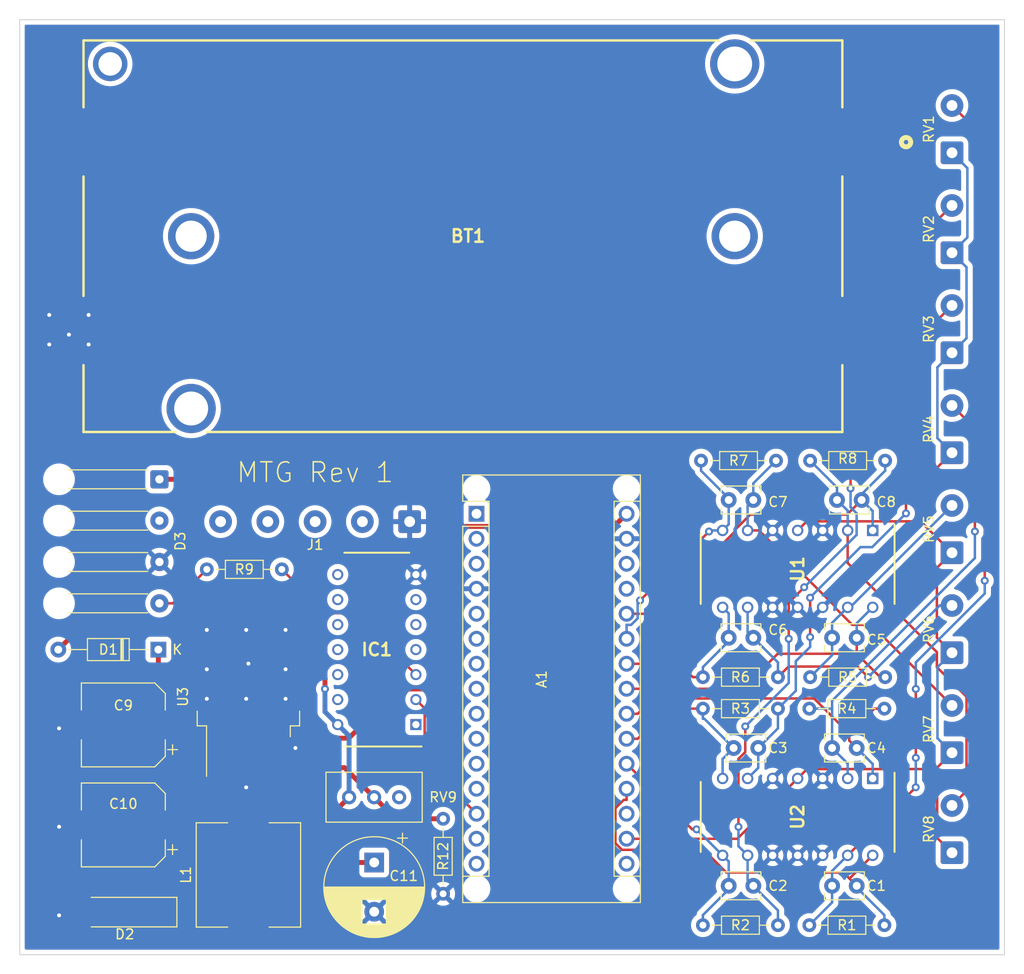
<source format=kicad_pcb>
(kicad_pcb (version 20211014) (generator pcbnew)
  (title_block (title "MTGII") (date "2022-11-10") (rev "1.0") (company "Ronald Simms"))
  (layers (0 "F.Cu" signal) (31 "B.Cu" signal) (34 "B.Paste" user) (35 "F.Paste" user) (36 "B.SilkS" user "B.Silkscreen") (37 "F.SilkS" user "F.Silkscreen") (38 "B.Mask" user) (39 "F.Mask" user) (44 "Edge.Cuts" user))
  (net 0 "")
  (net 4 "GND")
  (net 13 "Net-(A1-Pad13)")
  (net 17 "+3.3V")
  (net 19 "Net-(A1-Pad19)")
  (net 20 "Net-(A1-Pad20)")
  (net 21 "Net-(A1-Pad21)")
  (net 22 "Net-(A1-Pad22)")
  (net 23 "Net-(A1-Pad23)")
  (net 24 "Net-(A1-Pad24)")
  (net 25 "Net-(A1-Pad25)")
  (net 26 "Net-(A1-Pad26)")
  (net 29 "Net-(A1-Pad30)")
  (net 30 "Net-(BT1-Pad1)")
  (net 31 "+5V")
  (net 33 "Net-(IC1-Pad3)")
  (net 43 "Net-(C1-Pad2)")
  (net 44 "Net-(C8-Pad2)")
  (net 45 "/INT")
  (net 46 "/SCL")
  (net 47 "/SDA")
  (net 48 "/3-5V")
  (net 49 "Net-(D2-Pad1)")
  (net 50 "Net-(C2-Pad2)")
  (net 51 "Net-(C3-Pad2)")
  (net 52 "Net-(C4-Pad2)")
  (net 53 "Net-(C5-Pad2)")
  (net 54 "Net-(C6-Pad2)")
  (net 55 "Net-(C7-Pad2)")
  (net 57 "Net-(D3-Pad4)")
  (net 58 "Net-(R12-Pad2)")
  (footprint "Connector_Wire:SolderWire-0.25sqmm_1x04_P4.2mm_D0.65mm_OD1.7mm_Relief" (layer "F.Cu") (at 52.19 72.7 -90)
    (fp_text reference "D3")
    (fp_text value "NeoPixel V2")
  )
  (footprint "Capacitor_THT:C_Disc_D3.8mm_W2.6mm_P2.50mm" (layer "F.Cu") (at 123 100 180)
    (fp_text reference "C4")
    (fp_text value "47pF")
  )
  (footprint "Connector_Wire:SolderWire-0.5sqmm_1x02_P4.8mm_D0.9mm_OD2.3mm" (layer "F.Cu") (at 132.675 90.32 90)
    (fp_text reference "RV6")
    (fp_text value "FSR01CE")
  )
  (footprint "Capacitor_THT:C_Disc_D3.8mm_W2.6mm_P2.50mm" (layer "F.Cu") (at 123 88.8 180)
    (fp_text reference "C5")
    (fp_text value "47pF")
  )
  (footprint "Connector_Wire:SolderWire-0.5sqmm_1x02_P4.8mm_D0.9mm_OD2.3mm" (layer "F.Cu") (at 132.675 80.16 90)
    (fp_text reference "RV5")
    (fp_text value "FSR01CE")
  )
  (footprint "Connector_Wire:SolderWire-0.5sqmm_1x02_P4.8mm_D0.9mm_OD2.3mm" (layer "F.Cu") (at 132.675 110.64 90)
    (fp_text reference "RV8")
    (fp_text value "FSR01CE")
  )
  (footprint "Capacitor_THT:CP_Radial_D10.0mm_P5.00mm" (layer "F.Cu") (at 74 111.6323 -90)
    (fp_text reference "C11")
    (fp_text value "1000u")
  )
  (footprint "Logic Level Converter:DIP794W53P254L1930H508Q14N" (layer "F.Cu") (at 74.265 90 180)
    (fp_text reference "IC1")
    (fp_text value "SN74AHCT125N" hide)
  )
  (footprint "Package_TO_SOT_SMD:TO-263-5_TabPin3" (layer "F.Cu") (at 61.225 94.8 90)
    (fp_text reference "U3")
    (fp_text value "LM2596S-ADJ")
  )
  (footprint "Connector_Wire:SolderWire-0.5sqmm_1x02_P4.8mm_D0.9mm_OD2.3mm" (layer "F.Cu") (at 132.675 59.84 90)
    (fp_text reference "RV3")
    (fp_text value "FSR01CE")
  )
  (footprint "Connector_Wire:SolderWire-0.5sqmm_1x02_P4.8mm_D0.9mm_OD2.3mm" (layer "F.Cu") (at 132.675 49.68 90)
    (fp_text reference "RV2")
    (fp_text value "FSR01CE")
  )
  (footprint "Capacitor_THT:C_Disc_D3.8mm_W2.6mm_P2.50mm" (layer "F.Cu") (at 110 114)
    (fp_text reference "C2")
    (fp_text value "47pF")
  )
  (footprint "Resistor_THT:R_Axial_DIN0204_L3.6mm_D1.6mm_P7.62mm_Horizontal" (layer "F.Cu") (at 115 118 180)
    (fp_text reference "R2")
    (fp_text value "1K")
  )
  (footprint "Resistor_THT:R_Axial_DIN0204_L3.6mm_D1.6mm_P7.62mm_Horizontal" (layer "F.Cu") (at 118.27 92.8)
    (fp_text reference "R5")
    (fp_text value "1K")
  )
  (footprint "Connector_Wire:SolderWire-0.5sqmm_1x02_P4.8mm_D0.9mm_OD2.3mm" (layer "F.Cu") (at 132.675 100.48 90)
    (fp_text reference "RV7")
    (fp_text value "FSR01CE")
  )
  (footprint "Capacitor_THT:C_Disc_D3.8mm_W2.6mm_P2.50mm" (layer "F.Cu") (at 123 114 180)
    (fp_text reference "C1")
    (fp_text value "47pF")
  )
  (footprint "Capacitor_THT:C_Disc_D3.8mm_W2.6mm_P2.50mm" (layer "F.Cu") (at 123.5 74.8 180)
    (fp_text reference "C8")
    (fp_text value "47pF")
  )
  (footprint "Resistor_THT:R_Axial_DIN0204_L3.6mm_D1.6mm_P7.62mm_Horizontal" (layer "F.Cu") (at 115 92.8 180)
    (fp_text reference "R6")
    (fp_text value "1K")
  )
  (footprint "Op Amp:DIP781W56P254L1918H533Q14N" (layer "F.Cu") (at 117 81.8 -90)
    (fp_text reference "U1")
    (fp_text value "MCP6004" hide)
  )
  (footprint "Connector_Wire:SolderWire-0.5sqmm_1x05_P4.8mm_D0.9mm_OD2.3mm" (layer "F.Cu") (at 77.6 77 180)
    (fp_text reference "J1")
    (fp_text value "PIM438")
  )
  (footprint "Resistor_THT:R_Axial_DIN0204_L3.6mm_D1.6mm_P7.62mm_Horizontal" (layer "F.Cu") (at 115 96 180)
    (fp_text reference "R3")
    (fp_text value "1K")
  )
  (footprint "Resistor_THT:R_Axial_DIN0204_L3.6mm_D1.6mm_P7.62mm_Horizontal" (layer "F.Cu") (at 118.19 96)
    (fp_text reference "R4")
    (fp_text value "1K")
  )
  (footprint "Resistor_THT:R_Axial_DIN0204_L3.6mm_D1.6mm_P7.62mm_Horizontal" (layer "F.Cu") (at 118.19 118)
    (fp_text reference "R1")
    (fp_text value "1K")
  )
  (footprint "Op Amp:DIP781W56P254L1918H533Q14N" (layer "F.Cu") (at 117 107 -90)
    (fp_text reference "U2")
    (fp_text value "MCP6004" hide)
  )
  (footprint "Resistor_THT:R_Axial_DIN0204_L3.6mm_D1.6mm_P7.62mm_Horizontal" (layer "F.Cu") (at 114.81 70.8 180)
    (fp_text reference "R7")
    (fp_text value "1K")
  )
  (footprint "Module:Arduino_Nano_WithMountingHoles" (layer "F.Cu") (at 84.39 76.2)
    (fp_text reference "A1")
    (fp_text value "Arduino_Nano_33_BLE")
  )
  (footprint "Potentiometer_THT:Potentiometer_Bourns_3296W_Vertical" (layer "F.Cu") (at 71.45 105 180)
    (fp_text reference "RV9")
    (fp_text value "R_Potentiometer_Trim")
  )
  (footprint "Capacitor_THT:C_Disc_D3.8mm_W2.6mm_P2.50mm" (layer "F.Cu") (at 110 74.8)
    (fp_text reference "C7")
    (fp_text value "47pF")
  )
  (footprint "Diode_THT:D_DO-35_SOD27_P10.16mm_Horizontal" (layer "F.Cu") (at 52.08 90 180)
    (fp_text reference "D1")
    (fp_text value "SB120")
  )
  (footprint "Connector_Wire:SolderWire-0.5sqmm_1x02_P4.8mm_D0.9mm_OD2.3mm" (layer "F.Cu") (at 132.675 39.52 90)
    (fp_text reference "RV1")
    (fp_text value "FSR01CE")
  )
  (footprint "Resistor_THT:R_Axial_DIN0204_L3.6mm_D1.6mm_P7.62mm_Horizontal" (layer "F.Cu") (at 81 114.81 90)
    (fp_text reference "R12")
    (fp_text value "1K")
  )
  (footprint "Inductor_SMD:L_10.4x10.4_H4.8" (layer "F.Cu") (at 61.225 112.895 90)
    (fp_text reference "L1")
    (fp_text value "47u")
  )
  (footprint "18650 Battery Holder:1048" (layer "F.Cu") (at 110.6105 30.495 180)
    (fp_text reference "BT1")
    (fp_text value "4.5-21V" hide)
  )
  (footprint "Capacitor_SMD:CP_Elec_8x10" (layer "F.Cu") (at 48.525 107.815 180)
    (fp_text reference "C10")
    (fp_text value "220u")
  )
  (footprint "Diode_SMD:D_MELF_Handsoldering" (layer "F.Cu") (at 48.665 116.675 180)
    (fp_text reference "D2")
    (fp_text value "SS34")
  )
  (footprint "Connector_Wire:SolderWire-0.5sqmm_1x02_P4.8mm_D0.9mm_OD2.3mm" (layer "F.Cu") (at 132.675 70 90)
    (fp_text reference "RV4")
    (fp_text value "FSR01CE")
  )
  (footprint "Resistor_THT:R_Axial_DIN0204_L3.6mm_D1.6mm_P7.62mm_Horizontal" (layer "F.Cu") (at 118.27 70.8)
    (fp_text reference "R8")
    (fp_text value "1K")
  )
  (footprint "Capacitor_THT:C_Disc_D3.8mm_W2.6mm_P2.50mm" (layer "F.Cu") (at 110 88.8)
    (fp_text reference "C6")
    (fp_text value "47pF")
  )
  (footprint "Capacitor_SMD:CP_Elec_8x10" (layer "F.Cu") (at 48.525 97.655 180)
    (fp_text reference "C9")
    (fp_text value "100u")
  )
  (footprint "Resistor_THT:R_Axial_DIN0204_L3.6mm_D1.6mm_P7.62mm_Horizontal" (layer "F.Cu") (at 57 81.85)
    (fp_text reference "R9")
    (fp_text value "~200-400")
  )
  (footprint "Capacitor_THT:C_Disc_D3.8mm_W2.6mm_P2.50mm" (layer "F.Cu") (at 110.5 100)
    (fp_text reference "C3")
    (fp_text value "47pF")
  )
  (gr_rect (start 38 26) (end 138 121) (layer "Edge.Cuts") (width 0.1) (fill none))
  (gr_text "MTG Rev 1" (at 68 72) (layer "F.SilkS") (effects (font (size 2 2))))
  (segment (start 122.8355 57.555) (end 122.8355 38.445) (width 0.5) (layer "F.Cu") (net 0))
  (segment (start 64.625 100.575) (end 65.425 100.575) (width 0.5) (layer "F.Cu") (net 4))
  (segment (start 42.325 116.675) (end 42 117) (width 0.5) (layer "F.Cu") (net 4))
  (segment (start 45.275 97.655) (end 42.345 97.655) (width 0.5) (layer "F.Cu") (net 4))
  (segment (start 42.345 97.655) (end 42 98) (width 0.5) (layer "F.Cu") (net 4))
  (segment (start 61.225 103.775) (end 61 104) (width 0.5) (layer "F.Cu") (net 4))
  (segment (start 45.275 107.815) (end 42.185 107.815) (width 0.5) (layer "F.Cu") (net 4))
  (segment (start 61.225 100.575) (end 61.225 103.775) (width 0.5) (layer "F.Cu") (net 4))
  (segment (start 65.425 100.575) (end 66 100) (width 0.5) (layer "F.Cu") (net 4))
  (segment (start 42.185 107.815) (end 42 108) (width 0.5) (layer "F.Cu") (net 4))
  (segment (start 45.265 116.675) (end 42.325 116.675) (width 0.5) (layer "F.Cu") (net 4))
  (via (at 61 95) (size 0.8) (drill 0.4) (layers "F.Cu" "B.Cu") (net 4))
  (via (at 41 56) (size 0.8) (drill 0.4) (layers "F.Cu" "B.Cu") (net 4))
  (via (at 57 95) (size 0.8) (drill 0.4) (layers "F.Cu" "B.Cu") (net 4))
  (via (at 42 117) (size 0.8) (drill 0.4) (layers "F.Cu" "B.Cu") (net 4))
  (via (at 61 88) (size 0.8) (drill 0.4) (layers "F.Cu" "B.Cu") (net 4))
  (via (at 42 108) (size 0.8) (drill 0.4) (layers "F.Cu" "B.Cu") (net 4))
  (via (at 61.225 91.425) (size 0.8) (drill 0.4) (layers "F.Cu" "B.Cu") (net 4))
  (via (at 65 88) (size 0.8) (drill 0.4) (layers "F.Cu" "B.Cu") (net 4))
  (via (at 45 56) (size 0.8) (drill 0.4) (layers "F.Cu" "B.Cu") (net 4))
  (via (at 65 92) (size 0.8) (drill 0.4) (layers "F.Cu" "B.Cu") (net 4))
  (via (at 41 59) (size 0.8) (drill 0.4) (layers "F.Cu" "B.Cu") (net 4))
  (via (at 45 59) (size 0.8) (drill 0.4) (layers "F.Cu" "B.Cu") (net 4))
  (via (at 43 58) (size 0.8) (drill 0.4) (layers "F.Cu" "B.Cu") (net 4))
  (via (at 61 104) (size 0.8) (drill 0.4) (layers "F.Cu" "B.Cu") (net 4))
  (via (at 57 92) (size 0.8) (drill 0.4) (layers "F.Cu" "B.Cu") (net 4))
  (via (at 42 98) (size 0.8) (drill 0.4) (layers "F.Cu" "B.Cu") (net 4))
  (via (at 66 100) (size 0.8) (drill 0.4) (layers "F.Cu" "B.Cu") (net 4))
  (via (at 65 95) (size 0.8) (drill 0.4) (layers "F.Cu" "B.Cu") (net 4))
  (via (at 57 88) (size 0.8) (drill 0.4) (layers "F.Cu" "B.Cu") (net 4))
  (segment (start 79.125 101.415) (end 79.125 95.97) (width 0.25) (layer "F.Cu") (net 13))
  (segment (start 79.125 95.97) (end 78.235 95.08) (width 0.25) (layer "F.Cu") (net 13))
  (segment (start 84.39 106.68) (end 79.125 101.415) (width 0.25) (layer "F.Cu") (net 13))
  (segment (start 131.1388 81.6962) (end 132.675 80.16) (width 0.25) (layer "F.Cu") (net 17))
  (segment (start 117.9536 102.1404) (end 117 103.094) (width 0.25) (layer "F.Cu") (net 17))
  (segment (start 131.1729 102.1404) (end 117.9536 102.1404) (width 0.25) (layer "F.Cu") (net 17))
  (segment (start 117 77.894) (end 117.9265 76.9675) (width 0.25) (layer "F.Cu") (net 17))
  (segment (start 129.4825 76.9675) (end 132.675 80.16) (width 0.25) (layer "F.Cu") (net 17))
  (segment (start 110.874 109.22) (end 99.63 109.22) (width 0.25) (layer "F.Cu") (net 17))
  (segment (start 129.4825 73.1925) (end 129.4825 76.9675) (width 0.25) (layer "F.Cu") (net 17))
  (segment (start 131.1388 88.7838) (end 131.1388 81.6962) (width 0.25) (layer "F.Cu") (net 17))
  (segment (start 132.675 70) (end 129.4825 73.1925) (width 0.25) (layer "F.Cu") (net 17))
  (segment (start 117 103.094) (end 110.874 109.22) (width 0.25) (layer "F.Cu") (net 17))
  (segment (start 132.675 100.48) (end 131.1729 101.9821) (width 0.25) (layer "F.Cu") (net 17))
  (segment (start 117.9265 76.9675) (end 129.4825 76.9675) (width 0.25) (layer "F.Cu") (net 17))
  (segment (start 131.1729 102.1404) (end 131.1729 109.1379) (width 0.25) (layer "F.Cu") (net 17))
  (segment (start 132.675 90.32) (end 131.1388 88.7838) (width 0.25) (layer "F.Cu") (net 17))
  (segment (start 131.1729 109.1379) (end 132.675 110.64) (width 0.25) (layer "F.Cu") (net 17))
  (segment (start 131.1729 101.9821) (end 131.1729 102.1404) (width 0.25) (layer "F.Cu") (net 17))
  (segment (start 131.1924 61.3226) (end 132.675 59.84) (width 0.25) (layer "B.Cu") (net 17))
  (segment (start 134.1502 58.3648) (end 134.1502 51.1552) (width 0.25) (layer "B.Cu") (net 17))
  (segment (start 134.2375 48.1175) (end 132.675 49.68) (width 0.25) (layer "B.Cu") (net 17))
  (segment (start 134.1502 51.1552) (end 132.675 49.68) (width 0.25) (layer "B.Cu") (net 17))
  (segment (start 131.1998 99.0048) (end 131.1998 91.7952) (width 0.25) (layer "B.Cu") (net 17))
  (segment (start 131.1924 68.5174) (end 131.1924 61.3226) (width 0.25) (layer "B.Cu") (net 17))
  (segment (start 134.2375 41.0825) (end 134.2375 48.1175) (width 0.25) (layer "B.Cu") (net 17))
  (segment (start 132.675 59.84) (end 134.1502 58.3648) (width 0.25) (layer "B.Cu") (net 17))
  (segment (start 132.675 39.52) (end 134.2375 41.0825) (width 0.25) (layer "B.Cu") (net 17))
  (segment (start 132.675 70) (end 131.1924 68.5174) (width 0.25) (layer "B.Cu") (net 17))
  (segment (start 131.1998 91.7952) (end 132.675 90.32) (width 0.25) (layer "B.Cu") (net 17))
  (segment (start 132.675 100.48) (end 131.1998 99.0048) (width 0.25) (layer "B.Cu") (net 17))
  (segment (start 98.4956 109.6771) (end 99.1637 110.3452) (width 0.25) (layer "F.Cu") (net 19))
  (segment (start 98.4956 106.1182) (end 98.4956 109.6771) (width 0.25) (layer "F.Cu") (net 19))
  (segment (start 122.263 113.263) (end 123 114) (width 0.25) (layer "F.Cu") (net 19))
  (segment (start 99.63 104.14) (end 99.63 105.2651) (width 0.25) (layer "F.Cu") (net 19))
  (segment (start 121.6403 112.6403) (end 122.263 113.263) (width 0.25) (layer "F.Cu") (net 19))
  (segment (start 107.4603 110.3452) (end 109.7554 112.6403) (width 0.25) (layer "F.Cu") (net 19))
  (segment (start 99.1637 110.3452) (end 107.4603 110.3452) (width 0.25) (layer "F.Cu") (net 19))
  (segment (start 109.7554 112.6403) (end 121.6403 112.6403) (width 0.25) (layer "F.Cu") (net 19))
  (segment (start 99.63 105.2651) (end 99.3487 105.2651) (width 0.25) (layer "F.Cu") (net 19))
  (segment (start 124.62 110.906) (end 122.263 113.263) (width 0.25) (layer "F.Cu") (net 19))
  (segment (start 99.3487 105.2651) (end 98.4956 106.1182) (width 0.25) (layer "F.Cu") (net 19))
  (segment (start 125.81 118) (end 125.81 116.9749) (width 0.25) (layer "B.Cu") (net 19))
  (segment (start 125.81 116.9749) (end 123 114.1649) (width 0.25) (layer "B.Cu") (net 19))
  (segment (start 123 114.1649) (end 123 114) (width 0.25) (layer "B.Cu") (net 19))
  (segment (start 106.737 108.263) (end 106.293 108.263) (width 0.25) (layer "F.Cu") (net 20))
  (segment (start 106.293 108.263) (end 99.63 101.6) (width 0.25) (layer "F.Cu") (net 20))
  (via (at 106.737 108.263) (size 0.8) (drill 0.4) (layers "F.Cu" "B.Cu") (net 20))
  (segment (start 110 111.526) (end 109.38 110.906) (width 0.25) (layer "B.Cu") (net 20))
  (segment (start 107.38 118) (end 107.38 116.9749) (width 0.25) (layer "B.Cu") (net 20))
  (segment (start 110 114.3549) (end 110 114) (width 0.25) (layer "B.Cu") (net 20))
  (segment (start 110 114) (end 110 111.526) (width 0.25) (layer "B.Cu") (net 20))
  (segment (start 107.38 116.9749) (end 110 114.3549) (width 0.25) (layer "B.Cu") (net 20))
  (segment (start 106.737 108.263) (end 109.38 110.906) (width 0.25) (layer "B.Cu") (net 20))
  (segment (start 103.8151 96) (end 107.38 96) (width 0.25) (layer "F.Cu") (net 21))
  (segment (start 99.63 99.06) (end 100.7551 99.06) (width 0.25) (layer "F.Cu") (net 21))
  (segment (start 100.7551 99.06) (end 103.8151 96) (width 0.25) (layer "F.Cu") (net 21))
  (segment (start 107.5251 97.0251) (end 110.5 100) (width 0.25) (layer "B.Cu") (net 21))
  (segment (start 107.38 96) (end 107.38 97.0251) (width 0.25) (layer "B.Cu") (net 21))
  (segment (start 107.38 97.0251) (end 107.5251 97.0251) (width 0.25) (layer "B.Cu") (net 21))
  (segment (start 109.38 103.094) (end 109.38 101.12) (width 0.25) (layer "B.Cu") (net 21))
  (segment (start 109.38 101.12) (end 110.5 100) (width 0.25) (layer "B.Cu") (net 21))
  (segment (start 125.81 96) (end 124.7849 96) (width 0.25) (layer "F.Cu") (net 22))
  (segment (start 122.2417 98.5432) (end 122.2417 99.2417) (width 0.25) (layer "F.Cu") (net 22))
  (segment (start 122.2417 98.5432) (end 124.7849 96) (width 0.25) (layer "F.Cu") (net 22))
  (segment (start 100.7551 96.52) (end 102.3096 94.9655) (width 0.25) (layer "F.Cu") (net 22))
  (segment (start 99.63 96.52) (end 100.7551 96.52) (width 0.25) (layer "F.Cu") (net 22))
  (segment (start 118.664 94.9655) (end 122.2417 98.5432) (width 0.25) (layer "F.Cu") (net 22))
  (segment (start 102.3096 94.9655) (end 118.664 94.9655) (width 0.25) (layer "F.Cu") (net 22))
  (segment (start 122.2417 99.2417) (end 123 100) (width 0.25) (layer "F.Cu") (net 22))
  (segment (start 124.62 101.62) (end 123 100) (width 0.25) (layer "B.Cu") (net 22))
  (segment (start 124.62 103.094) (end 124.62 101.62) (width 0.25) (layer "B.Cu") (net 22))
  (segment (start 114.9775 90.4225) (end 123 90.4225) (width 0.25) (layer "F.Cu") (net 23))
  (segment (start 99.63 93.98) (end 111.42 93.98) (width 0.25) (layer "F.Cu") (net 23))
  (segment (start 125.3775 92.8) (end 123 90.4225) (width 0.25) (layer "F.Cu") (net 23))
  (segment (start 125.89 92.8) (end 125.3775 92.8) (width 0.25) (layer "F.Cu") (net 23))
  (segment (start 123 90.4225) (end 123 88.8) (width 0.25) (layer "F.Cu") (net 23))
  (segment (start 111.42 93.98) (end 114.9775 90.4225) (width 0.25) (layer "F.Cu") (net 23))
  (segment (start 124.62 85.706) (end 123 87.326) (width 0.25) (layer "B.Cu") (net 23))
  (segment (start 123 87.326) (end 123 88.8) (width 0.25) (layer "B.Cu") (net 23))
  (segment (start 107.38 92.8) (end 106.3549 92.8) (width 0.25) (layer "F.Cu") (net 24))
  (segment (start 99.63 91.44) (end 104.9949 91.44) (width 0.25) (layer "F.Cu") (net 24))
  (segment (start 104.9949 91.44) (end 106.3549 92.8) (width 0.25) (layer "F.Cu") (net 24))
  (segment (start 107.38 92.8) (end 107.38 91.7749) (width 0.25) (layer "B.Cu") (net 24))
  (segment (start 110 86.326) (end 110 88.8) (width 0.25) (layer "B.Cu") (net 24))
  (segment (start 109.38 85.706) (end 110 86.326) (width 0.25) (layer "B.Cu") (net 24))
  (segment (start 110 89.1549) (end 110 88.8) (width 0.25) (layer "B.Cu") (net 24))
  (segment (start 107.38 91.7749) (end 110 89.1549) (width 0.25) (layer "B.Cu") (net 24))
  (segment (start 101 85) (end 108 78) (width 0.25) (layer "F.Cu") (net 25))
  (via (at 101 85) (size 0.8) (drill 0.4) (layers "F.Cu" "B.Cu") (net 25))
  (via (at 108 78) (size 0.8) (drill 0.4) (layers "F.Cu" "B.Cu") (net 25))
  (segment (start 108 78) (end 108.106 77.894) (width 0.25) (layer "B.Cu") (net 25))
  (segment (start 100.755 86.825991) (end 100.755 85.245) (width 0.25) (layer "B.Cu") (net 25))
  (segment (start 110 77.274) (end 110 74.8) (width 0.25) (layer "B.Cu") (net 25))
  (segment (start 109.38 77.894) (end 110 77.274) (width 0.25) (layer "B.Cu") (net 25))
  (segment (start 107.19 71.8251) (end 110 74.6351) (width 0.25) (layer "B.Cu") (net 25))
  (segment (start 107.19 70.8) (end 107.19 71.8251) (width 0.25) (layer "B.Cu") (net 25))
  (segment (start 99.63 88.9) (end 99.63 87.485) (width 0.25) (layer "B.Cu") (net 25))
  (segment (start 100.755 85.245) (end 101 85) (width 0.25) (layer "B.Cu") (net 25))
  (segment (start 108.106 77.894) (end 109.38 77.894) (width 0.25) (layer "B.Cu") (net 25))
  (segment (start 110 74.6351) (end 110 74.8) (width 0.25) (layer "B.Cu") (net 25))
  (segment (start 99.63 87.485) (end 100.095991 87.485) (width 0.25) (layer "B.Cu") (net 25))
  (segment (start 100.095991 87.485) (end 100.755 86.825991) (width 0.25) (layer "B.Cu") (net 25))
  (segment (start 123.5 74.8) (end 122.022 76.278) (width 0.25) (layer "F.Cu") (net 26))
  (segment (start 102.2693 86.36) (end 99.63 86.36) (width 0.25) (layer "F.Cu") (net 26))
  (segment (start 110.6501 77.8246) (end 110.6501 77.9792) (width 0.25) (layer "F.Cu") (net 26))
  (segment (start 112.1967 76.278) (end 110.6501 77.8246) (width 0.25) (layer "F.Cu") (net 26))
  (segment (start 110.6501 77.9792) (end 102.2693 86.36) (width 0.25) (layer "F.Cu") (net 26))
  (segment (start 122.022 76.278) (end 112.1967 76.278) (width 0.25) (layer "F.Cu") (net 26))
  (segment (start 125.89 71.8251) (end 123.5 74.2151) (width 0.25) (layer "B.Cu") (net 26))
  (segment (start 124.62 75.92) (end 123.5 74.8) (width 0.25) (layer "B.Cu") (net 26))
  (segment (start 125.89 70.8) (end 125.89 71.8251) (width 0.25) (layer "B.Cu") (net 26))
  (segment (start 124.62 77.894) (end 124.62 75.92) (width 0.25) (layer "B.Cu") (net 26))
  (segment (start 123.5 74.2151) (end 123.5 74.8) (width 0.25) (layer "B.Cu") (net 26))
  (segment (start 69 98) (end 69 99) (width 0.5) (layer "F.Cu") (net 29))
  (segment (start 82.51 77.49) (end 98.34 77.49) (width 0.5) (layer "F.Cu") (net 29))
  (segment (start 76.41816 94) (end 81 94) (width 0.5) (layer "F.Cu") (net 29))
  (segment (start 54.695 100.575) (end 51.775 97.655) (width 0.5) (layer "F.Cu") (net 29))
  (segment (start 98.34 77.49) (end 99.63 76.2) (width 0.5) (layer "F.Cu") (net 29))
  (segment (start 57.825 100.575) (end 54.695 100.575) (width 0.5) (layer "F.Cu") (net 29))
  (segment (start 58 97) (end 68 97) (width 0.5) (layer "F.Cu") (net 29))
  (segment (start 82 93) (end 82 78) (width 0.5) (layer "F.Cu") (net 29))
  (segment (start 57.825 97.175) (end 58 97) (width 0.5) (layer "F.Cu") (net 29))
  (segment (start 68 97) (end 69 98) (width 0.5) (layer "F.Cu") (net 29))
  (segment (start 81 94) (end 82 93) (width 0.5) (layer "F.Cu") (net 29))
  (segment (start 57.825 100.575) (end 57.825 97.175) (width 0.5) (layer "F.Cu") (net 29))
  (segment (start 82 78) (end 82.51 77.49) (width 0.5) (layer "F.Cu") (net 29))
  (segment (start 71.41816 99) (end 76.41816 94) (width 0.5) (layer "F.Cu") (net 29))
  (segment (start 52.08 90) (end 52.08 97.35) (width 0.5) (layer "F.Cu") (net 29))
  (segment (start 69 99) (end 71.41816 99) (width 0.5) (layer "F.Cu") (net 29))
  (segment (start 50 54) (end 50 81.92) (width 0.5) (layer "F.Cu") (net 30))
  (segment (start 50 81.92) (end 41.92 90) (width 0.5) (layer "F.Cu") (net 30))
  (segment (start 43.1855 38.445) (end 43.1855 47.1855) (width 0.5) (layer "F.Cu") (net 30))
  (segment (start 43.1855 47.1855) (end 50 54) (width 0.5) (layer "F.Cu") (net 30))
  (segment (start 61 81) (end 60 80) (width 0.5) (layer "F.Cu") (net 31))
  (segment (start 54.7 72.7) (end 52.19 72.7) (width 0.5) (layer "F.Cu") (net 31))
  (segment (start 55 73) (end 54.7 72.7) (width 0.5) (layer "F.Cu") (net 31))
  (segment (start 69 94) (end 69 88.2) (width 0.5) (layer "F.Cu") (net 31))
  (segment (start 55 80) (end 55 73) (width 0.5) (layer "F.Cu") (net 31))
  (segment (start 69 88.2) (end 65.8 85) (width 0.5) (layer "F.Cu") (net 31))
  (segment (start 67.705 108.745) (end 71.45 105) (width 0.5) (layer "F.Cu") (net 31))
  (segment (start 67.705 108.745) (end 70.5923 111.6323) (width 0.5) (layer "F.Cu") (net 31))
  (segment (start 52.705 108.745) (end 61.225 108.745) (width 0.5) (layer "F.Cu") (net 31))
  (segment (start 61.225 108.745) (end 67.705 108.745) (width 0.5) (layer "F.Cu") (net 31))
  (segment (start 70.5923 111.6323) (end 74 111.6323) (width 0.5) (layer "F.Cu") (net 31))
  (segment (start 65.8 85) (end 61 85) (width 0.5) (layer "F.Cu") (net 31))
  (segment (start 51.775 107.815) (end 52.705 108.745) (width 0.5) (layer "F.Cu") (net 31))
  (segment (start 61 85) (end 61 81) (width 0.5) (layer "F.Cu") (net 31))
  (segment (start 60 80) (end 55 80) (width 0.5) (layer "F.Cu") (net 31))
  (via (at 69 94) (size 0.8) (drill 0.4) (layers "F.Cu" "B.Cu") (net 31))
  (segment (start 71.45 98.775) (end 70.295 97.62) (width 0.5) (layer "B.Cu") (net 31))
  (segment (start 71.45 105) (end 71.45 98.775) (width 0.5) (layer "B.Cu") (net 31))
  (segment (start 69 96.325) (end 69 94) (width 0.5) (layer "B.Cu") (net 31))
  (segment (start 70.295 97.62) (end 69 96.325) (width 0.5) (layer "B.Cu") (net 31))
  (segment (start 69.072696 86.302696) (end 64.62 81.85) (width 0.25) (layer "F.Cu") (net 33))
  (segment (start 78.235 92.54) (end 71.997696 86.302696) (width 0.25) (layer "F.Cu") (net 33))
  (segment (start 71.997696 86.302696) (end 69.072696 86.302696) (width 0.25) (layer "F.Cu") (net 33))
  (segment (start 129 101) (end 129 94) (width 0.25) (layer "F.Cu") (net 43))
  (segment (start 136 38.045) (end 132.675 34.72) (width 0.25) (layer "F.Cu") (net 43))
  (segment (start 128.993 103.993) (end 122.08 110.906) (width 0.25) (layer "F.Cu") (net 43))
  (segment (start 136 83) (end 136 38.045) (width 0.25) (layer "F.Cu") (net 43))
  (via (at 136 83) (size 0.8) (drill 0.4) (layers "F.Cu" "B.Cu") (net 43))
  (via (at 128.993 103.993) (size 0.8) (drill 0.4) (layers "F.Cu" "B.Cu") (net 43))
  (via (at 129 101) (size 0.8) (drill 0.4) (layers "F.Cu" "B.Cu") (net 43))
  (via (at 129 94) (size 0.8) (drill 0.4) (layers "F.Cu" "B.Cu") (net 43))
  (segment (start 122.08 110.906) (end 120.5 112.486) (width 0.25) (layer "B.Cu") (net 43))
  (segment (start 129 101) (end 129 103.986) (width 0.25) (layer "B.Cu") (net 43))
  (segment (start 129 103.986) (end 128.993 103.993) (width 0.25) (layer "B.Cu") (net 43))
  (segment (start 120.5 115.69) (end 120.5 114) (width 0.25) (layer "B.Cu") (net 43))
  (segment (start 136 83) (end 136 84.3046) (width 0.25) (layer "B.Cu") (net 43))
  (segment (start 118.19 118) (end 120.5 115.69) (width 0.25) (layer "B.Cu") (net 43))
  (segment (start 136 84.3046) (end 129 91.3046) (width 0.25) (layer "B.Cu") (net 43))
  (segment (start 129 91.3046) (end 129 94) (width 0.25) (layer "B.Cu") (net 43))
  (segment (start 120.5 112.486) (end 120.5 114) (width 0.25) (layer "B.Cu") (net 43))
  (segment (start 131.139 90.2569) (end 131.139 91.7836) (width 0.25) (layer "F.Cu") (net 44))
  (segment (start 131.139 91.7836) (end 134.1511 94.7957) (width 0.25) (layer "F.Cu") (net 44))
  (segment (start 122.08 81.1979) (end 131.139 90.2569) (width 0.25) (layer "F.Cu") (net 44))
  (segment (start 134.1511 104.3639) (end 132.675 105.84) (width 0.25) (layer "F.Cu") (net 44))
  (segment (start 122.08 77.894) (end 122.08 81.1979) (width 0.25) (layer "F.Cu") (net 44))
  (segment (start 134.1511 94.7957) (end 134.1511 104.3639) (width 0.25) (layer "F.Cu") (net 44))
  (segment (start 121 73.53) (end 121 74.8) (width 0.25) (layer "B.Cu") (net 44))
  (segment (start 118.27 70.8) (end 121 73.53) (width 0.25) (layer "B.Cu") (net 44))
  (segment (start 122.08 77.894) (end 122.08 75.88) (width 0.25) (layer "B.Cu") (net 44))
  (segment (start 122.08 75.88) (end 121 74.8) (width 0.25) (layer "B.Cu") (net 44))
  (segment (start 49 113.61) (end 52.065 116.675) (width 0.5) (layer "F.Cu") (net 49))
  (segment (start 59.525 103.375) (end 57.9 105) (width 0.5) (layer "F.Cu") (net 49))
  (segment (start 60.855 116.675) (end 61.225 117.045) (width 0.5) (layer "F.Cu") (net 49))
  (segment (start 57.9 105) (end 49 105) (width 0.5) (layer "F.Cu") (net 49))
  (segment (start 49 105) (end 49 113.61) (width 0.5) (layer "F.Cu") (net 49))
  (segment (start 52.065 116.675) (end 60.855 116.675) (width 0.5) (layer "F.Cu") (net 49))
  (segment (start 59.525 100.575) (end 59.525 103.375) (width 0.5) (layer "F.Cu") (net 49))
  (segment (start 111.6827 100.408291) (end 111.6827 97.8048) (width 0.25) (layer "F.Cu") (net 50))
  (segment (start 129 64) (end 129 48.555) (width 0.25) (layer "F.Cu") (net 50))
  (segment (start 129 48.555) (end 132.675 44.88) (width 0.25) (layer "F.Cu") (net 50))
  (segment (start 110.9901 101.100891) (end 111.6827 100.408291) (width 0.25) (layer "F.Cu") (net 50))
  (segment (start 116.0952 88.9048) (end 116.0952 85.2378) (width 0.25) (layer "F.Cu") (net 50))
  (segment (start 122.3748 70.6252) (end 129 64) (width 0.25) (layer "F.Cu") (net 50))
  (segment (start 122.3748 73.6252) (end 122.3748 70.6252) (width 0.25) (layer "F.Cu") (net 50))
  (segment (start 116.0952 85.2378) (end 117.6665 83.6665) (width 0.25) (layer "F.Cu") (net 50))
  (segment (start 110.9901 108.0099) (end 110.9901 101.100891) (width 0.25) (layer "F.Cu") (net 50))
  (via (at 110.9901 108.0099) (size 0.8) (drill 0.4) (layers "F.Cu" "B.Cu") (net 50))
  (via (at 117.6665 83.6665) (size 0.8) (drill 0.4) (layers "F.Cu" "B.Cu") (net 50))
  (via (at 111.6827 97.8048) (size 0.8) (drill 0.4) (layers "F.Cu" "B.Cu") (net 50))
  (via (at 116.0952 88.9048) (size 0.8) (drill 0.4) (layers "F.Cu" "B.Cu") (net 50))
  (via (at 122.3748 73.6252) (size 0.8) (drill 0.4) (layers "F.Cu" "B.Cu") (net 50))
  (segment (start 111.92 110.906) (end 110.9901 109.9761) (width 0.25) (layer "B.Cu") (net 50))
  (segment (start 110.9901 109.9761) (end 110.9901 108.0099) (width 0.25) (layer "B.Cu") (net 50))
  (segment (start 112.5 114) (end 111.92 113.42) (width 0.25) (layer "B.Cu") (net 50))
  (segment (start 122.9914 76.1547) (end 122.3748 75.5381) (width 0.25) (layer "B.Cu") (net 50))
  (segment (start 111.6827 97.8048) (end 116.0952 93.3923) (width 0.25) (layer "B.Cu") (net 50))
  (segment (start 116.0952 93.3923) (end 116.0952 88.9048) (width 0.25) (layer "B.Cu") (net 50))
  (segment (start 111.92 113.42) (end 111.92 110.906) (width 0.25) (layer "B.Cu") (net 50))
  (segment (start 117.6665 83.6665) (end 122.9914 78.3416) (width 0.25) (layer "B.Cu") (net 50))
  (segment (start 122.3748 75.5381) (end 122.3748 73.6252) (width 0.25) (layer "B.Cu") (net 50))
  (segment (start 115 116.5) (end 115 118) (width 0.25) (layer "B.Cu") (net 50))
  (segment (start 112.5 114) (end 115 116.5) (width 0.25) (layer "B.Cu") (net 50))
  (segment (start 122.9914 78.3416) (end 122.9914 76.1547) (width 0.25) (layer "B.Cu") (net 50))
  (segment (start 130 68) (end 128 70) (width 0.25) (layer "F.Cu") (net 51))
  (segment (start 132.675 55.04) (end 130 57.715) (width 0.25) (layer "F.Cu") (net 51))
  (segment (start 118.27 88.73) (end 118.27 84.73) (width 0.25) (layer "F.Cu") (net 51))
  (segment (start 130 57.715) (end 130 68) (width 0.25) (layer "F.Cu") (net 51))
  (segment (start 128 70) (end 128 76.161) (width 0.25) (layer "F.Cu") (net 51))
  (via (at 128 76.161) (size 0.8) (drill 0.4) (layers "F.Cu" "B.Cu") (net 51))
  (via (at 118.27 84.73) (size 0.8) (drill 0.4) (layers "F.Cu" "B.Cu") (net 51))
  (via (at 118.27 88.73) (size 0.8) (drill 0.4) (layers "F.Cu" "B.Cu") (net 51))
  (segment (start 115 98) (end 115 96) (width 0.25) (layer "B.Cu") (net 51))
  (segment (start 113 102.014) (end 113 100) (width 0.25) (layer "B.Cu") (net 51))
  (segment (start 118.27 89.73) (end 118.27 88.73) (width 0.25) (layer "B.Cu") (net 51))
  (segment (start 116.8138 94.1862) (end 116.8138 91.1862) (width 0.25) (layer "B.Cu") (net 51))
  (segment (start 124.5703 79.5907) (end 128 76.161) (width 0.25) (layer "B.Cu") (net 51))
  (segment (start 123.3797 79.5907) (end 124.5703 79.5907) (width 0.25) (layer "B.Cu") (net 51))
  (segment (start 115 96) (end 116.8138 94.1862) (width 0.25) (layer "B.Cu") (net 51))
  (segment (start 113 100) (end 115 98) (width 0.25) (layer "B.Cu") (net 51))
  (segment (start 118.27 84.7004) (end 123.3797 79.5907) (width 0.25) (layer "B.Cu") (net 51))
  (segment (start 111.92 103.094) (end 113 102.014) (width 0.25) (layer "B.Cu") (net 51))
  (segment (start 116.8138 91.1862) (end 118.27 89.73) (width 0.25) (layer "B.Cu") (net 51))
  (segment (start 118.27 84.73) (end 118.27 84.7004) (width 0.25) (layer "B.Cu") (net 51))
  (segment (start 132.675 65.2) (end 135 67.525) (width 0.25) (layer "F.Cu") (net 52))
  (segment (start 135 67.525) (end 135 78) (width 0.25) (layer "F.Cu") (net 52))
  (via (at 135 78) (size 0.8) (drill 0.4) (layers "F.Cu" "B.Cu") (net 52))
  (segment (start 135 80.7) (end 120.5 95.2) (width 0.25) (layer "B.Cu") (net 52))
  (segment (start 120.5 96) (end 118.19 96) (width 0.25) (layer "B.Cu") (net 52))
  (segment (start 120.5 95.2) (end 120.5 96) (width 0.25) (layer "B.Cu") (net 52))
  (segment (start 135 78) (end 135 80.7) (width 0.25) (layer "B.Cu") (net 52))
  (segment (start 122.08 103.094) (end 122.08 101.58) (width 0.25) (layer "B.Cu") (net 52))
  (segment (start 122.08 101.58) (end 120.5 100) (width 0.25) (layer "B.Cu") (net 52))
  (segment (start 120.5 96) (end 120.5 100) (width 0.25) (layer "B.Cu") (net 52))
  (segment (start 120.5 90.57) (end 120.5 88.8) (width 0.25) (layer "B.Cu") (net 53))
  (segment (start 122.08 85.706) (end 120.5 87.286) (width 0.25) (layer "B.Cu") (net 53))
  (segment (start 118.27 92.8) (end 120.5 90.57) (width 0.25) (layer "B.Cu") (net 53))
  (segment (start 120.5 87.286) (end 120.5 88.8) (width 0.25) (layer "B.Cu") (net 53))
  (segment (start 132.675 75.36) (end 122.329 85.706) (width 0.25) (layer "B.Cu") (net 53))
  (segment (start 122.329 85.706) (end 122.08 85.706) (width 0.25) (layer "B.Cu") (net 53))
  (segment (start 115 92.8) (end 116.0755 91.7245) (width 0.25) (layer "F.Cu") (net 54))
  (segment (start 116.0755 91.7245) (end 123.0836 91.7245) (width 0.25) (layer "F.Cu") (net 54))
  (segment (start 123.0836 91.7245) (end 124.1528 92.7937) (width 0.25) (layer "F.Cu") (net 54))
  (via (at 124.1528 92.7937) (size 0.8) (drill 0.4) (layers "F.Cu" "B.Cu") (net 54))
  (segment (start 111.92 85.706) (end 111.92 88.22) (width 0.25) (layer "B.Cu") (net 54))
  (segment (start 111.92 88.22) (end 112.5 88.8) (width 0.25) (layer "B.Cu") (net 54))
  (segment (start 115 92.8) (end 115 91.3) (width 0.25) (layer "B.Cu") (net 54))
  (segment (start 115 91.3) (end 112.5 88.8) (width 0.25) (layer "B.Cu") (net 54))
  (segment (start 131.4265 85.52) (end 132.675 85.52) (width 0.25) (layer "B.Cu") (net 54))
  (segment (start 124.1528 92.7937) (end 131.4265 85.52) (width 0.25) (layer "B.Cu") (net 54))
  (segment (start 113.082 77.894) (end 120.8101 85.6221) (width 0.25) (layer "F.Cu") (net 55))
  (segment (start 120.8101 85.7457) (end 122.5447 87.4803) (width 0.25) (layer "F.Cu") (net 55))
  (segment (start 111.92 77.894) (end 113.082 77.894) (width 0.25) (layer "F.Cu") (net 55))
  (segment (start 120.8101 85.6221) (end 120.8101 85.7457) (width 0.25) (layer "F.Cu") (net 55))
  (segment (start 124.4753 87.4803) (end 132.675 95.68) (width 0.25) (layer "F.Cu") (net 55))
  (segment (start 122.5447 87.4803) (end 124.4753 87.4803) (width 0.25) (layer "F.Cu") (net 55))
  (segment (start 111.92 75.38) (end 112.5 74.8) (width 0.25) (layer "B.Cu") (net 55))
  (segment (start 112.5 73.11) (end 112.5 74.8) (width 0.25) (layer "B.Cu") (net 55))
  (segment (start 111.92 77.894) (end 111.92 75.38) (width 0.25) (layer "B.Cu") (net 55))
  (segment (start 114.81 70.8) (end 112.5 73.11) (width 0.25) (layer "B.Cu") (net 55))
  (segment (start 53.55 85.3) (end 52.19 85.3) (width 0.25) (layer "F.Cu") (net 57))
  (segment (start 57 81.85) (end 53.55 85.3) (width 0.25) (layer "F.Cu") (net 57))
  (segment (start 76.18 107.19) (end 81 107.19) (width 0.5) (layer "F.Cu") (net 58))
  (segment (start 62.925 103.375) (end 63.55 104) (width 0.5) (layer "F.Cu") (net 58))
  (segment (start 70.99 102) (end 73.99 105) (width 0.5) (layer "F.Cu") (net 58))
  (segment (start 68 104) (end 70 102) (width 0.5) (layer "F.Cu") (net 58))
  (segment (start 63.55 104) (end 68 104) (width 0.5) (layer "F.Cu") (net 58))
  (segment (start 73.99 105) (end 76.18 107.19) (width 0.5) (layer "F.Cu") (net 58))
  (segment (start 62.925 100.575) (end 62.925 103.375) (width 0.5) (layer "F.Cu") (net 58))
  (segment (start 70 102) (end 70.99 102) (width 0.5) (layer "F.Cu") (net 58))
  (zone (net 4) (net_name "GND") (layer "B.Cu") (connect_pads (clearance 0.508)) (min_thickness 0.254) (fill yes (thermal_gap 0.508) (thermal_bridge_width 0.508))
    (polygon (pts (xy 140 123) (xy 36 123) (xy 36 24) (xy 140 24)))
  )
)
</source>
